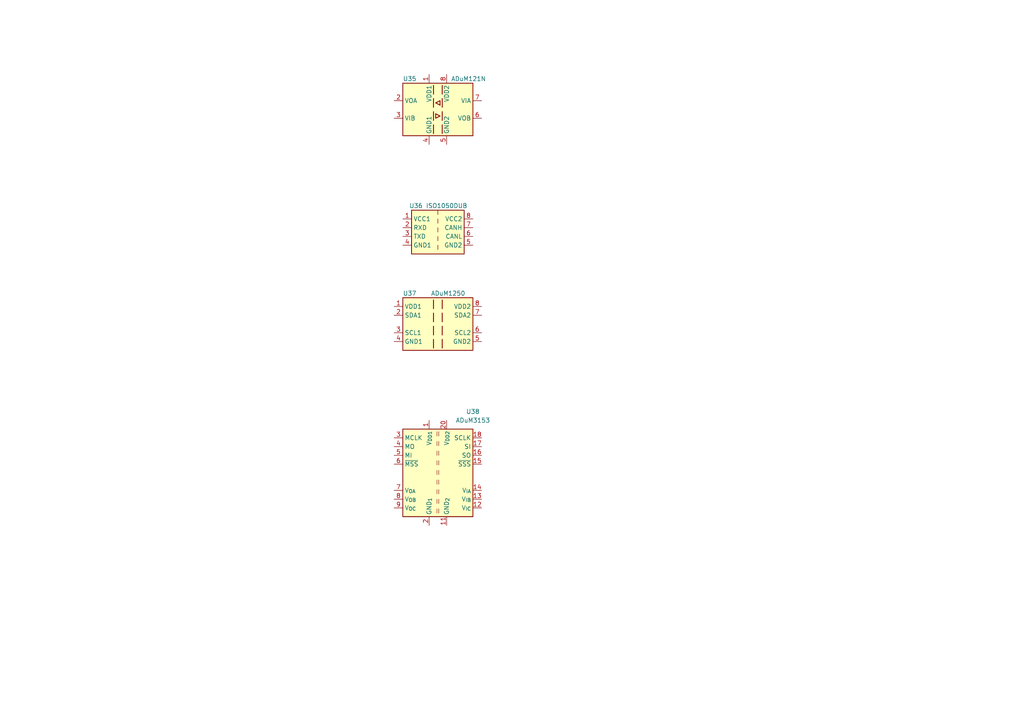
<source format=kicad_sch>
(kicad_sch (version 20211123) (generator eeschema)
  (paper "A4")
  (lib_symbols
    (symbol "Interface_CAN_LIN:ISO1050DUB"
      (property "Reference" "U" (at -6.35 6.35 0))
      (property "Value" "ISO1050DUB" (at 2.54 6.35 0))
      (symbol "ISO1050DUB_0_1"
        (rectangle (start -7.62 5.08) (end 7.62 -7.62) (stroke (width 0.254)) (fill (type background)))
        (polyline (pts (xy 0 -5.08) (xy 0 -6.35)))
        (polyline (pts (xy 0 -2.54) (xy 0 -3.81)))
        (polyline (pts (xy 0 0) (xy 0 -1.27)))
        (polyline (pts (xy 0 2.54) (xy 0 1.27)))
        (polyline (pts (xy 0 5.08) (xy 0 3.81)))
      )
      (symbol "ISO1050DUB_1_1"
        (pin power_in line (at -10.16 2.54 0) (length 2.54) (name "VCC1") (number "1"))
        (pin output line (at -10.16 0 0) (length 2.54) (name "RXD") (number "2"))
        (pin input line (at -10.16 -2.54 0) (length 2.54) (name "TXD") (number "3"))
        (pin power_in line (at -10.16 -5.08 0) (length 2.54) (name "GND1") (number "4"))
        (pin power_in line (at 10.16 -5.08 180) (length 2.54) (name "GND2") (number "5"))
        (pin bidirectional line (at 10.16 -2.54 180) (length 2.54) (name "CANL") (number "6"))
        (pin bidirectional line (at 10.16 0 180) (length 2.54) (name "CANH") (number "7"))
        (pin power_in line (at 10.16 2.54 180) (length 2.54) (name "VCC2") (number "8"))
      )
    )
    (symbol "Isolator:ADuM121N"
      (property "Reference" "U" (at -10.16 8.89 0))
      (property "Value" "ADuM121N" (at 3.81 8.89 0))
      (symbol "ADuM121N_0_1"
        (rectangle (start -10.16 7.62) (end 10.16 -7.62) (stroke (width 0.254)) (fill (type background)))
        (polyline (pts (xy -1.27 -4.445) (xy -1.27 -6.985)) (stroke (width 0.254)))
        (polyline (pts (xy -1.27 -0.635) (xy -1.27 -3.175)) (stroke (width 0.254)))
        (polyline (pts (xy -1.27 3.175) (xy -1.27 0.635)) (stroke (width 0.254)))
        (polyline (pts (xy -1.27 6.985) (xy -1.27 4.445)) (stroke (width 0.254)))
        (polyline (pts (xy 1.27 -4.445) (xy 1.27 -6.985)) (stroke (width 0.254)))
        (polyline (pts (xy 1.27 -0.635) (xy 1.27 -3.175)) (stroke (width 0.254)))
        (polyline (pts (xy 1.27 3.175) (xy 1.27 0.635)) (stroke (width 0.254)))
        (polyline (pts (xy 1.27 6.985) (xy 1.27 4.445)) (stroke (width 0.254)))
        (polyline (pts (xy -0.635 -1.27) (xy -0.635 -2.54) (xy 0.635 -1.905) (xy -0.635 -1.27)) (stroke (width 0.254)))
        (polyline (pts (xy 0.635 1.27) (xy -0.635 1.905) (xy 0.635 2.54) (xy 0.635 1.27)) (stroke (width 0.254)))
      )
      (symbol "ADuM121N_1_1"
        (pin power_in line (at -2.54 10.16 270) (length 2.54) (name "VDD1") (number "1"))
        (pin output line (at -12.7 2.54 0) (length 2.54) (name "VOA") (number "2"))
        (pin input line (at -12.7 -2.54 0) (length 2.54) (name "VIB") (number "3"))
        (pin power_in line (at -2.54 -10.16 90) (length 2.54) (name "GND1") (number "4"))
        (pin power_in line (at 2.54 -10.16 90) (length 2.54) (name "GND2") (number "5"))
        (pin output line (at 12.7 -2.54 180) (length 2.54) (name "VOB") (number "6"))
        (pin input line (at 12.7 2.54 180) (length 2.54) (name "VIA") (number "7"))
        (pin power_in line (at 2.54 10.16 270) (length 2.54) (name "VDD2") (number "8"))
      )
    )
    (symbol "Isolator:ADuM1250"
      (property "Reference" "U" (at -10.16 8.89 0))
      (property "Value" "ADuM1250" (at -2.032 8.89 0))
      (symbol "ADuM1250_0_1"
        (rectangle (start -10.16 7.62) (end 10.16 -7.62) (stroke (width 0.254)) (fill (type background)))
        (polyline (pts (xy -1.27 -4.445) (xy -1.27 -6.985)) (stroke (width 0.254)))
        (polyline (pts (xy -1.27 -0.635) (xy -1.27 -3.175)) (stroke (width 0.254)))
        (polyline (pts (xy -1.27 3.175) (xy -1.27 0.635)) (stroke (width 0.254)))
        (polyline (pts (xy -1.27 6.985) (xy -1.27 4.445)) (stroke (width 0.254)))
        (polyline (pts (xy 1.27 -4.445) (xy 1.27 -6.985)) (stroke (width 0.254)))
        (polyline (pts (xy 1.27 -0.635) (xy 1.27 -3.175)) (stroke (width 0.254)))
        (polyline (pts (xy 1.27 3.175) (xy 1.27 0.635)) (stroke (width 0.254)))
        (polyline (pts (xy 1.27 6.985) (xy 1.27 4.445)) (stroke (width 0.254)))
      )
      (symbol "ADuM1250_1_1"
        (pin power_in line (at -12.7 5.08 0) (length 2.54) (name "VDD1") (number "1"))
        (pin bidirectional line (at -12.7 2.54 0) (length 2.54) (name "SDA1") (number "2"))
        (pin bidirectional line (at -12.7 -2.54 0) (length 2.54) (name "SCL1") (number "3"))
        (pin power_in line (at -12.7 -5.08 0) (length 2.54) (name "GND1") (number "4"))
        (pin power_in line (at 12.7 -5.08 180) (length 2.54) (name "GND2") (number "5"))
        (pin bidirectional line (at 12.7 -2.54 180) (length 2.54) (name "SCL2") (number "6"))
        (pin bidirectional line (at 12.7 2.54 180) (length 2.54) (name "SDA2") (number "7"))
        (pin power_in line (at 12.7 5.08 180) (length 2.54) (name "VDD2") (number "8"))
      )
    )
    (symbol "Isolator:ADuM3153"
      (property "Reference" "U" (at 10.16 17.78 0))
      (property "Value" "ADuM3153" (at 10.16 15.24 0))
      (symbol "ADuM3153_0_0"
        (rectangle (start -10.16 12.7) (end 10.16 -12.7) (stroke (width 0.254)) (fill (type background)))
      )
      (symbol "ADuM3153_1_1"
        (polyline (pts (xy -0.254 -10.414) (xy -0.254 -11.684)) (stroke (width 0.127)))
        (polyline (pts (xy -0.254 -7.62) (xy -0.254 -8.89)) (stroke (width 0.127)))
        (polyline (pts (xy -0.254 -4.826) (xy -0.254 -6.096)) (stroke (width 0.127)))
        (polyline (pts (xy -0.254 -2.032) (xy -0.254 -3.302)) (stroke (width 0.127)))
        (polyline (pts (xy -0.254 0.762) (xy -0.254 -0.508)) (stroke (width 0.127)))
        (polyline (pts (xy -0.254 3.556) (xy -0.254 2.286)) (stroke (width 0.127)))
        (polyline (pts (xy -0.254 6.35) (xy -0.254 5.08)) (stroke (width 0.127)))
        (polyline (pts (xy -0.254 9.144) (xy -0.254 7.874)) (stroke (width 0.127)))
        (polyline (pts (xy -0.254 11.938) (xy -0.254 10.668)) (stroke (width 0.127)))
        (polyline (pts (xy 0.254 -10.414) (xy 0.254 -11.684)) (stroke (width 0.127)))
        (polyline (pts (xy 0.254 -7.62) (xy 0.254 -8.89)) (stroke (width 0.127)))
        (polyline (pts (xy 0.254 -4.826) (xy 0.254 -6.096)) (stroke (width 0.127)))
        (polyline (pts (xy 0.254 -2.032) (xy 0.254 -3.302)) (stroke (width 0.127)))
        (polyline (pts (xy 0.254 0.762) (xy 0.254 -0.508)) (stroke (width 0.127)))
        (polyline (pts (xy 0.254 3.556) (xy 0.254 2.286)) (stroke (width 0.127)))
        (polyline (pts (xy 0.254 6.35) (xy 0.254 5.08)) (stroke (width 0.127)))
        (polyline (pts (xy 0.254 9.144) (xy 0.254 7.874)) (stroke (width 0.127)))
        (polyline (pts (xy 0.254 11.938) (xy 0.254 10.668)) (stroke (width 0.127)))
        (pin power_in line (at -2.54 15.24 270) (length 2.54) (name "V_{DD1}") (number "1"))
        (pin passive line (at -2.54 -15.24 90) (length 2.54) hide (name "GND_{1}") (number "10"))
        (pin power_in line (at 2.54 -15.24 90) (length 2.54) (name "GND_{2}") (number "11"))
        (pin input line (at 12.7 -10.16 180) (length 2.54) (name "V_{IC}") (number "12"))
        (pin input line (at 12.7 -7.62 180) (length 2.54) (name "V_{IB}") (number "13"))
        (pin input line (at 12.7 -5.08 180) (length 2.54) (name "V_{IA}") (number "14"))
        (pin output line (at 12.7 2.54 180) (length 2.54) (name "~{SSS}") (number "15"))
        (pin input line (at 12.7 5.08 180) (length 2.54) (name "SO") (number "16"))
        (pin output line (at 12.7 7.62 180) (length 2.54) (name "SI") (number "17"))
        (pin output line (at 12.7 10.16 180) (length 2.54) (name "SCLK") (number "18"))
        (pin passive line (at 2.54 -15.24 90) (length 2.54) hide (name "GND_{2}") (number "19"))
        (pin power_in line (at -2.54 -15.24 90) (length 2.54) (name "GND_{1}") (number "2"))
        (pin power_in line (at 2.54 15.24 270) (length 2.54) (name "V_{DD2}") (number "20"))
        (pin input line (at -12.7 10.16 0) (length 2.54) (name "MCLK") (number "3"))
        (pin input line (at -12.7 7.62 0) (length 2.54) (name "MO") (number "4"))
        (pin output line (at -12.7 5.08 0) (length 2.54) (name "MI") (number "5"))
        (pin input line (at -12.7 2.54 0) (length 2.54) (name "~{MSS}") (number "6"))
        (pin output line (at -12.7 -5.08 0) (length 2.54) (name "V_{OA}") (number "7"))
        (pin output line (at -12.7 -7.62 0) (length 2.54) (name "V_{OB}") (number "8"))
        (pin output line (at -12.7 -10.16 0) (length 2.54) (name "V_{OC}") (number "9"))
      )
    )
  )
  (symbol (lib_id "Isolator:ADuM1250") (at 127 93.98 0) (unit 1)
    (property "Reference" "U37" (at 116.84 85.09 0) (effects (justify left)))
    (property "Value" "ADuM1250" (at 124.968 85.09 0) (effects (justify left)))
    (property "Footprint" "Package_SO:SOIC-8_3.9x4.9mm_P1.27mm" (effects hide))
    (property "Datasheet" "https://www.analog.com/media/en/technical-documentation/data-sheets/ADuM1250_1251.pdf" (effects hide))
  )
  (symbol (lib_id "Isolator:ADuM3153") (at 127 137.16 0) (unit 1)
    (property "Reference" "U38" (at 137.16 119.38 0))
    (property "Value" "ADuM3153" (at 137.16 121.92 0))
    (property "Footprint" "Package_SO:SSOP-20_5.3x7.2mm_P0.65mm" (effects hide))
    (property "Datasheet" "https://www.analog.com/media/en/technical-documentation/data-sheets/ADuM3151_3152_3153.pdf" (effects hide))
  )
  (symbol (lib_id "Interface_CAN_LIN:ISO1050DUB") (at 127 66.04 0) (unit 1)
    (property "Reference" "U36" (at 120.65 59.69 0))
    (property "Value" "ISO1050DUB" (at 129.54 59.69 0))
    (property "Footprint" "Package_SO:SOP-8_6.62x9.15mm_P2.54mm" (effects hide))
    (property "Datasheet" "http://www.ti.com/lit/ds/symlink/iso1050.pdf" (effects hide))
  )
  (symbol (lib_id "Isolator:ADuM121N") (at 127 31.75 0) (unit 1)
    (property "Reference" "U35" (at 116.84 22.86 0) (effects (justify left)))
    (property "Value" "ADuM121N" (at 130.81 22.86 0) (effects (justify left)))
    (property "Footprint" "Package_SO:SOIC-8_3.9x4.9mm_P1.27mm" (effects hide))
    (property "Datasheet" "https://www.analog.com/media/en/technical-documentation/data-sheets/ADuM120N_121N.pdf" (effects hide))
  )
)
</source>
